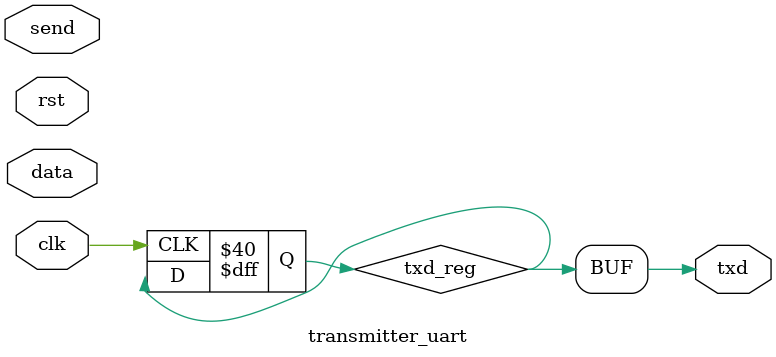
<source format=v>
`timescale 1ns / 1ps


module transmitter_uart(
    input clk,
    input rst,
    input send,
    input [7:0]data,
    output txd
    );
    
localparam IDLE = 2'd0;
localparam STARTING = 2'd0;
localparam SENDING = 2'd0;
localparam ENDING = 2'd0;

reg [7:0]data_reg = 0;
reg [1:0]state = IDLE;
reg txd_reg = 0;
reg prev_send = 0;
reg [2:0]cnt_reg = 0;

always @(posedge clk) begin
    if (rst == 1) state <= IDLE;
    else begin
    
        case(state)
        IDLE:
        begin
            if (send == 1 & prev_send == 0) begin
                data_reg <= data; // copy data on sending
                state <= STARTING;
            end
        end
        
        STARTING:
        begin
            txd_reg <= 1;
            cnt_reg = 0;
            state <= SENDING;
        end
        
        SENDING:
        begin
            cnt_reg <= cnt_reg + 1;
            txd_reg <= data[cnt_reg];
            if(cnt_reg == 3'b111) state <= ENDING;
        end
        
        ENDING:
        begin
            txd_reg <= 0;
            state <= IDLE;
        end
        
        endcase
    end
    prev_send <= send;
end

assign txd = txd_reg;

endmodule

</source>
